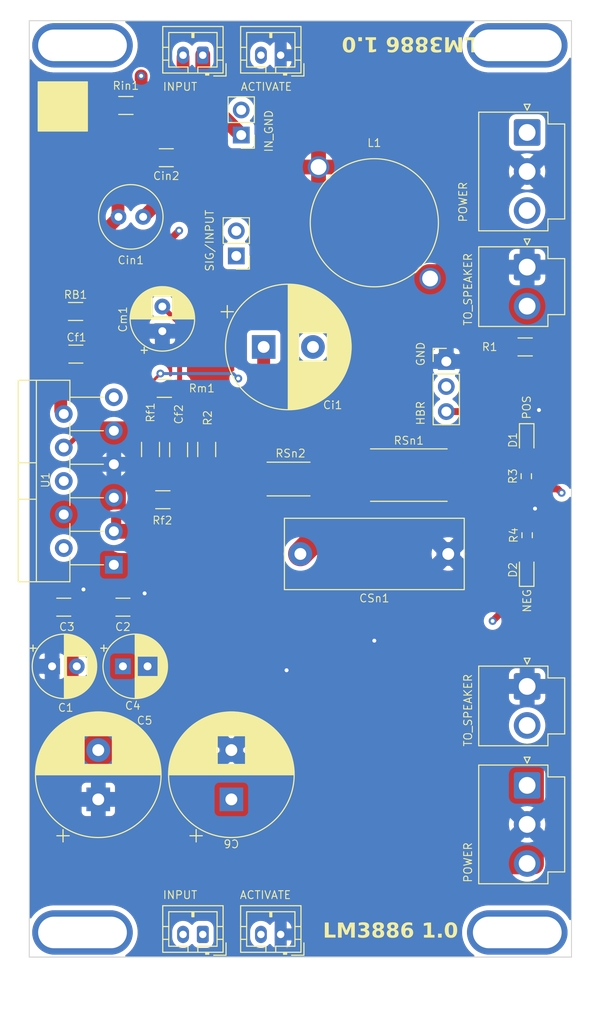
<source format=kicad_pcb>
(kicad_pcb (version 20240108) (generator "pcbnew") (generator_version "8.0")
  (layers (0 "F.Cu" signal) (1 "In1.Cu" signal) (2 "In2.Cu" signal) (31 "B.Cu" signal) (34 "B.Paste" user) (35 "F.Paste" user) (36 "B.SilkS" user "B.Silkscreen") (37 "F.SilkS" user "F.Silkscreen") (38 "B.Mask" user) (39 "F.Mask" user) (44 "Edge.Cuts" user))
  (net 0 "")
  (net 1 "CH1-IN")
  (net 2 "Net-(Ci1-Pad1)")
  (net 3 "VP")
  (net 4 "VM")
  (net 5 "CH1-OUT")
  (net 6 "INPUTGND")
  (net 7 "PGND")
  (net 8 "Net-(CSn1-Pad2)")
  (net 9 "Net-(D1-A)")
  (net 10 "Net-(D2-A)")
  (net 11 "Net-(Cin1-Pad2)")
  (net 12 "FB1")
  (net 13 "SIGGND")
  (net 14 "Net-(U1-+)")
  (net 15 "CH1GND")
  (net 16 "OPAMP_NEG")
  (net 17 "FB2")
  (net 18 "Net-(J7-Pin_3)")
  (net 19 "Net-(U1-MUTE)")
  (net 23 "NEG_ACTIVE")
  (footprint "Capacitor_SMD:C_1206_3216Metric_Pad1.33x1.80mm_HandSolder" (layer "F.Cu") (at 81.03 71.276232)
    (property "Reference" "Cf1" (at 0.0625 -1.7 0) (layer "F.SilkS") (effects (font (size 0.8 0.8) (thickness 0.1))))
    (property "Value" "680p 50V C0G")
    (pad "1" smd roundrect (at -1.5625 0) (size 1.325 1.8) (layers "F.Cu" "F.Paste" "F.Mask") (roundrect_rratio 0.188679) (net 14 "Net-(U1-+)"))
    (pad "2" smd roundrect (at 1.5625 0) (size 1.325 1.8) (layers "F.Cu" "F.Paste" "F.Mask") (roundrect_rratio 0.188679) (net 6 "INPUTGND"))
  )
  (footprint "Resistor_SMD:R_1206_3216Metric_Pad1.30x1.75mm_HandSolder" (layer "F.Cu") (at 94.3 80.95 -90)
    (property "Reference" "R2" (at -3.2 -0.1 90) (layer "F.SilkS") (effects (font (size 0.8 0.8) (thickness 0.1))))
    (property "Value" "1.4k")
    (pad "1" smd roundrect (at -1.55 0 270) (size 1.3 1.75) (layers "F.Cu" "F.Paste" "F.Mask") (roundrect_rratio 0.192308) (net 16 "OPAMP_NEG"))
    (pad "2" smd roundrect (at 1.55 0 270) (size 1.3 1.75) (layers "F.Cu" "F.Paste" "F.Mask") (roundrect_rratio 0.192308) (net 2 "Net-(Ci1-Pad1)"))
  )
  (footprint "Connector_JST:JST_VH_B2P-VH_1x02_P3.96mm_Vertical" (layer "F.Cu") (at 126.8 104.99 -90)
    (property "Reference" "J9" (hide yes))
    (property "Value" "Conn_01x02_Male")
    (pad "1" thru_hole roundrect (at 0 0 270) (size 2.7 2.7) (drill 1.7) (layers "*.Cu" "*.Mask") (roundrect_rratio 0.092593) (net 7 "PGND"))
    (pad "2" thru_hole circle (at 3.96 0 270) (size 2.7 2.7) (drill 1.7) (layers "*.Cu" "*.Mask") (net 5 "CH1-OUT"))
  )
  (footprint "Connector_JST:JST_PH_B2B-PH-K_1x02_P2.00mm_Vertical" (layer "F.Cu") (at 93.9 130.15 180)
    (property "Reference" "J12" (hide yes))
    (property "Value" "Conn_01x02_Male")
    (pad "1" thru_hole roundrect (at 0 0 180) (size 1.2 1.75) (drill 0.75) (layers "*.Cu" "*.Mask") (roundrect_rratio 0.208333) (net 15 "CH1GND"))
    (pad "2" thru_hole oval (at 2 0 180) (size 1.2 1.75) (drill 0.75) (layers "*.Cu" "*.Mask") (net 1 "CH1-IN"))
  )
  (footprint "Capacitor_THT:CP_Radial_D6.3mm_P2.50mm" (layer "F.Cu") (at 78.617621 102.95)
    (property "Reference" "C3" (at 1.5 -4 0) (layer "F.SilkS") (effects (font (size 0.8 0.8) (thickness 0.1))))
    (property "Value" "47U 50V")
    (pad "1" thru_hole rect (at 0 0) (size 1.6 1.6) (drill 0.8) (layers "*.Cu" "*.Mask") (net 7 "PGND"))
    (pad "2" thru_hole circle (at 2.5 0) (size 1.6 1.6) (drill 0.8) (layers "*.Cu" "*.Mask") (net 4 "VM"))
  )
  (footprint "Resistor_SMD:R_1206_3216Metric_Pad1.30x1.75mm_HandSolder" (layer "F.Cu") (at 126.6 70.55 180)
    (property "Reference" "R1" (at 3.6 0 0) (layer "F.SilkS") (effects (font (size 0.8 0.8) (thickness 0.1))))
    (property "Value" "15R")
    (pad "1" smd roundrect (at -1.55 0 180) (size 1.3 1.75) (layers "F.Cu" "F.Paste" "F.Mask") (roundrect_rratio 0.192308) (net 18 "Net-(J7-Pin_3)"))
    (pad "2" smd roundrect (at 1.55 0 180) (size 1.3 1.75) (layers "F.Cu" "F.Paste" "F.Mask") (roundrect_rratio 0.192308) (net 7 "PGND"))
  )
  (footprint "Resistor_SMD:R_0603_1608Metric_Pad0.98x0.95mm_HandSolder" (layer "F.Cu") (at 126.715 83.6625 -90)
    (property "Reference" "R3" (at 0 1.36 90) (layer "F.SilkS") (effects (font (size 0.8 0.8) (thickness 0.1))))
    (property "Value" "16K")
    (pad "1" smd roundrect (at -0.9125 0 270) (size 0.975 0.95) (layers "F.Cu" "F.Paste" "F.Mask") (net 9 "Net-(D1-A)"))
    (pad "2" smd roundrect (at 0.9125 0 270) (size 0.975 0.95) (layers "F.Cu" "F.Paste" "F.Mask") (net 3 "VP"))
  )
  (footprint "Capacitor_THT:CP_Radial_D6.3mm_P2.50mm" (layer "F.Cu") (at 85.8 102.95)
    (property "Reference" "C4" (at 1 4 0) (layer "F.SilkS") (effects (font (size 0.8 0.8) (thickness 0.1))))
    (property "Value" "47U 50V")
    (pad "1" thru_hole rect (at 0 0) (size 1.6 1.6) (drill 0.8) (layers "*.Cu" "*.Mask") (net 3 "VP"))
    (pad "2" thru_hole circle (at 2.5 0) (size 1.6 1.6) (drill 0.8) (layers "*.Cu" "*.Mask") (net 7 "PGND"))
  )
  (footprint "Capacitor_THT:CP_Radial_D12.5mm_P5.00mm" (layer "F.Cu") (at 100.076041 70.55)
    (property "Reference" "Ci1" (at 7 5.9 0) (layer "F.SilkS") (effects (font (size 0.8 0.8) (thickness 0.1))))
    (property "Value" "470U")
    (pad "1" thru_hole rect (at 0 0) (size 2.4 2.4) (drill 1.2) (layers "*.Cu" "*.Mask") (net 2 "Net-(Ci1-Pad1)"))
    (pad "2" thru_hole circle (at 5 0) (size 2.4 2.4) (drill 1.2) (layers "*.Cu" "*.Mask") (net 13 "SIGGND"))
  )
  (footprint "Custom:M3 Slot" (layer "F.Cu") (at 125.8 129.95)
    (property "Reference" "H4" (hide yes))
    (property "Value" "MountingHole")
    (pad "" thru_hole oval (at 0 0 270) (size 4.5 10.2) (drill oval 3.2 9) (layers "*.Cu" "*.Mask"))
  )
  (footprint "Capacitor_SMD:C_1206_3216Metric_Pad1.33x1.80mm_HandSolder" (layer "F.Cu") (at 85.8 96.95)
    (property "Reference" "C2" (at 0 2 0) (layer "F.SilkS") (effects (font (size 0.8 0.8) (thickness 0.1))))
    (property "Value" "4.7U X7R 50V")
    (pad "1" smd roundrect (at -1.5625 0) (size 1.325 1.8) (layers "F.Cu" "F.Paste" "F.Mask") (roundrect_rratio 0.188679) (net 3 "VP"))
    (pad "2" smd roundrect (at 1.5625 0) (size 1.325 1.8) (layers "F.Cu" "F.Paste" "F.Mask") (roundrect_rratio 0.188679) (net 7 "PGND"))
  )
  (footprint "Resistor_SMD:R_1206_3216Metric_Pad1.30x1.75mm_HandSolder" (layer "F.Cu") (at 88.6 80.95 90)
    (property "Reference" "Rf1" (at 3.75 0 90) (layer "F.SilkS") (effects (font (size 0.8 0.8) (thickness 0.1))))
    (property "Value" "20k")
    (pad "1" smd roundrect (at -1.55 0 90) (size 1.3 1.75) (layers "F.Cu" "F.Paste" "F.Mask") (roundrect_rratio 0.192308) (net 12 "FB1"))
    (pad "2" smd roundrect (at 1.55 0 90) (size 1.3 1.75) (layers "F.Cu" "F.Paste" "F.Mask") (roundrect_rratio 0.192308) (net 16 "OPAMP_NEG"))
  )
  (footprint "Connector_JST:JST_PH_B2B-PH-K_1x02_P2.00mm_Vertical" (layer "F.Cu") (at 93.9 40.95 180)
    (property "Reference" "J1" (hide yes))
    (property "Value" "Conn_01x02_Male")
    (pad "1" thru_hole roundrect (at 0 0 180) (size 1.2 1.75) (drill 0.75) (layers "*.Cu" "*.Mask") (roundrect_rratio 0.208333) (net 15 "CH1GND"))
    (pad "2" thru_hole oval (at 2 0 180) (size 1.2 1.75) (drill 0.75) (layers "*.Cu" "*.Mask") (net 1 "CH1-IN"))
  )
  (footprint "Connector_JST:JST_VH_B3P-VH-B_1x03_P3.96mm_Vertical" (layer "F.Cu") (at 126.8 48.7875 -90)
    (property "Reference" "J3" (hide yes))
    (property "Value" "Conn_01x03_Male")
    (pad "1" thru_hole roundrect (at 0 0 270) (size 2.7 2.7) (drill 1.7) (layers "*.Cu" "*.Mask") (roundrect_rratio 0.092593) (net 3 "VP"))
    (pad "2" thru_hole circle (at 3.96 0 270) (size 2.7 2.7) (drill 1.7) (layers "*.Cu" "*.Mask") (net 7 "PGND"))
    (pad "3" thru_hole circle (at 7.92 0 270) (size 2.7 2.7) (drill 1.7) (layers "*.Cu" "*.Mask") (net 4 "VM"))
  )
  (footprint "Resistor_SMD:R_2512_6332Metric_Pad1.40x3.35mm_HandSolder" (layer "F.Cu") (at 102.6 83.95 180)
    (property "Reference" "RSn2" (at -0.2 2.6 0) (layer "F.SilkS") (effects (font (size 0.8 0.8) (thickness 0.1))))
    (property "Value" "4R7 2W")
    (pad "1" smd roundrect (at -3.05 0 180) (size 1.4 3.35) (layers "F.Cu" "F.Paste" "F.Mask") (roundrect_rratio 0.178571) (net 8 "Net-(CSn1-Pad2)"))
    (pad "2" smd roundrect (at 3.05 0 180) (size 1.4 3.35) (layers "F.Cu" "F.Paste" "F.Mask") (roundrect_rratio 0.178571) (net 12 "FB1"))
  )
  (footprint "Connector_PinHeader_2.54mm:PinHeader_1x02_P2.54mm_Vertical" (layer "F.Cu") (at 97.8 49.05 180)
    (property "Reference" "J4" (hide yes))
    (property "Value" "Conn_01x02_Male")
    (pad "1" thru_hole rect (at 0 0 180) (size 1.7 1.7) (drill 1) (layers "*.Cu" "*.Mask") (net 15 "CH1GND"))
    (pad "2" thru_hole oval (at 0 2.54 180) (size 1.7 1.7) (drill 1) (layers "*.Cu" "*.Mask") (net 6 "INPUTGND"))
  )
  (footprint "Capacitor_SMD:C_1206_3216Metric_Pad1.33x1.80mm_HandSolder" (layer "F.Cu") (at 79.8 96.95 180)
    (property "Reference" "C1" (at -0.2 -10.2 0) (layer "F.SilkS") (effects (font (size 0.8 0.8) (thickness 0.1))))
    (property "Value" "4.7U X7R 50V")
    (pad "1" smd roundrect (at -1.5625 0 180) (size 1.325 1.8) (layers "F.Cu" "F.Paste" "F.Mask") (roundrect_rratio 0.188679) (net 7 "PGND"))
    (pad "2" smd roundrect (at 1.5625 0 180) (size 1.325 1.8) (layers "F.Cu" "F.Paste" "F.Mask") (roundrect_rratio 0.188679) (net 4 "VM"))
  )
  (footprint "Resistor_SMD:R_1206_3216Metric_Pad1.30x1.75mm_HandSolder" (layer "F.Cu") (at 90 74.75 180)
    (property "Reference" "Rm1" (at -3.8 0 0) (layer "F.SilkS") (effects (font (size 0.8 0.8) (thickness 0.1))))
    (property "Value" "39K")
    (pad "1" smd roundrect (at -1.55 0 180) (size 1.3 1.75) (layers "F.Cu" "F.Paste" "F.Mask") (roundrect_rratio 0.192308) (net 19 "Net-(U1-MUTE)"))
    (pad "2" smd roundrect (at 1.55 0 180) (size 1.3 1.75) (layers "F.Cu" "F.Paste" "F.Mask") (roundrect_rratio 0.192308) (net 23 "NEG_ACTIVE"))
  )
  (footprint "Custom:M3 Slot" (layer "F.Cu") (at 81.7 39.95)
    (property "Reference" "H1" (hide yes))
    (property "Value" "MountingHole")
    (pad "" thru_hole oval (at 0 0 270) (size 4.5 10.2) (drill oval 3.2 9) (layers "*.Cu" "*.Mask"))
  )
  (footprint "Capacitor_SMD:C_1206_3216Metric_Pad1.33x1.80mm_HandSolder" (layer "F.Cu") (at 90.2 51.35 180)
    (property "Reference" "Cin2" (at 0 -1.85 0) (layer "F.SilkS") (effects (font (size 0.8 0.8) (thickness 0.1))))
    (property "Value" "0.1u C0G 50V")
    (pad "1" smd roundrect (at -1.5625 0 180) (size 1.325 1.8) (layers "F.Cu" "F.Paste" "F.Mask") (roundrect_rratio 0.188679) (net 1 "CH1-IN"))
    (pad "2" smd roundrect (at 1.5625 0 180) (size 1.325 1.8) (layers "F.Cu" "F.Paste" "F.Mask") (roundrect_rratio 0.188679) (net 11 "Net-(Cin1-Pad2)"))
  )
  (footprint "Package_TO_SOT_THT:TO-220-11_P3.4x5.08mm_StaggerOdd_Lead4.85mm_Vertical" (layer "F.Cu") (at 84.88 92.65 90)
    (property "Reference" "U1" (at 8.6 -6.935 90) (layer "F.SilkS") (effects (font (size 0.8 0.8) (thickness 0.1))))
    (property "Value" "LM3886")
    (pad "1" thru_hole rect (at 0 0 90) (size 1.8 1.8) (drill 1) (layers "*.Cu" "*.Mask") (net 3 "VP"))
    (pad "2" thru_hole oval (at 1.7 -5.08 90) (size 1.8 1.8) (drill 1) (layers "*.Cu" "*.Mask"))
    (pad "3" thru_hole oval (at 3.4 0 90) (size 1.8 1.8) (drill 1) (layers "*.Cu" "*.Mask") (net 12 "FB1"))
    (pad "4" thru_hole oval (at 5.1 -5.08 90) (size 1.8 1.8) (drill 1) (layers "*.Cu" "*.Mask") (net 4 "VM"))
    (pad "5" thru_hole oval (at 6.8 0 90) (size 1.8 1.8) (drill 1) (layers "*.Cu" "*.Mask") (net 3 "VP"))
    (pad "6" thru_hole oval (at 8.5 -5.08 90) (size 1.8 1.8) (drill 1) (layers "*.Cu" "*.Mask"))
    (pad "7" thru_hole oval (at 10.2 0 90) (size 1.8 1.8) (drill 1) (layers "*.Cu" "*.Mask") (net 7 "PGND"))
    (pad "8" thru_hole oval (at 11.9 -5.08 90) (size 1.8 1.8) (drill 1) (layers "*.Cu" "*.Mask") (net 19 "Net-(U1-MUTE)"))
    (pad "9" thru_hole oval (at 13.6 0 90) (size 1.8 1.8) (drill 1) (layers "*.Cu" "*.Mask") (net 16 "OPAMP_NEG"))
    (pad "10" thru_hole oval (at 15.3 -5.08 90) (size 1.8 1.8) (drill 1) (layers "*.Cu" "*.Mask") (net 14 "Net-(U1-+)"))
    (pad "11" thru_hole oval (at 17 0 90) (size 1.8 1.8) (drill 1) (layers "*.Cu" "*.Mask"))
  )
  (footprint "Capacitor_THT:C_Radial_D6.3mm_H5.0mm_P2.50mm" (layer "F.Cu") (at 87.85 57.35 180)
    (property "Reference" "Cin1" (at 1.25 -4.4 0) (layer "F.SilkS") (effects (font (size 0.8 0.8) (thickness 0.1))))
    (property "Value" "22u NICHICON MUSE ES 25V")
    (pad "1" thru_hole circle (at 0 0 180) (size 1.6 1.6) (drill 0.8) (layers "*.Cu" "*.Mask") (net 1 "CH1-IN"))
    (pad "2" thru_hole circle (at 2.5 0 180) (size 1.6 1.6) (drill 0.8) (layers "*.Cu" "*.Mask") (net 11 "Net-(Cin1-Pad2)"))
  )
  (footprint "Connector_PinHeader_2.54mm:PinHeader_1x03_P2.54mm_Vertical" (layer "F.Cu") (at 118.6 72.025)
    (property "Reference" "J7" (hide yes))
    (property "Value" "Conn_01x03_Male")
    (pad "1" thru_hole rect (at 0 0) (size 1.7 1.7) (drill 1) (layers "*.Cu" "*.Mask") (net 7 "PGND"))
    (pad "2" thru_hole oval (at 0 2.54) (size 1.7 1.7) (drill 1) (layers "*.Cu" "*.Mask") (net 13 "SIGGND"))
    (pad "3" thru_hole oval (at 0 5.08) (size 1.7 1.7) (drill 1) (layers "*.Cu" "*.Mask") (net 18 "Net-(J7-Pin_3)"))
  )
  (footprint "Capacitor_THT:C_Rect_L18.0mm_W7.0mm_P15.00mm_FKS3_FKP3" (layer "F.Cu") (at 118.8 91.55 180)
    (property "Reference" "CSn1" (at 7.5 -4.5 0) (layer "F.SilkS") (effects (font (size 0.8 0.8) (thickness 0.1))))
    (property "Value" "220N PP 100V")
    (pad "1" thru_hole circle (at 0 0 180) (size 2.4 2.4) (drill 1.2) (layers "*.Cu" "*.Mask") (net 7 "PGND"))
    (pad "2" thru_hole circle (at 15 0 180) (size 2.4 2.4) (drill 1.2) (layers "*.Cu" "*.Mask") (net 8 "Net-(CSn1-Pad2)"))
  )
  (footprint "Resistor_SMD:R_0603_1608Metric_Pad0.98x0.95mm_HandSolder" (layer "F.Cu") (at 126.8 89.65 90)
    (property "Reference" "R4" (at 0 -1.36 90) (layer "F.SilkS") (effects (font (size 0.8 0.8) (thickness 0.1))))
    (property "Value" "16K")
    (pad "1" smd roundrect (at -0.9125 0 90) (size 0.975 0.95) (layers "F.Cu" "F.Paste" "F.Mask") (net 10 "Net-(D2-A)"))
    (pad "2" smd roundrect (at 0.9125 0 90) (size 0.975 0.95) (layers "F.Cu" "F.Paste" "F.Mask") (net 7 "PGND"))
  )
  (footprint "Custom:M3 Slot" (layer "F.Cu") (at 125.8 39.95)
    (property "Reference" "H2" (hide yes))
    (property "Value" "MountingHole")
    (pad "" thru_hole oval (at 0 0 270) (size 4.5 10.2) (drill oval 3.2 9) (layers "*.Cu" "*.Mask"))
  )
  (footprint "Resistor_SMD:R_4020_10251Metric_Pad1.65x5.30mm_HandSolder" (layer "F.Cu") (at 114.8 83.55 180)
    (property "Reference" "RSn1" (at 0 3.5 0) (layer "F.SilkS") (effects (font (size 0.8 0.8) (thickness 0.1))))
    (property "Value" "10R")
    (pad "1" smd roundrect (at -4.9 0 180) (size 1.65 5.3) (layers "F.Cu" "F.Paste" "F.Mask") (roundrect_rratio 0.151515) (net 5 "CH1-OUT"))
    (pad "2" smd roundrect (at 4.9 0 180) (size 1.65 5.3) (layers "F.Cu" "F.Paste" "F.Mask") (roundrect_rratio 0.151515) (net 12 "FB1"))
  )
  (footprint "Connector_JST:JST_PH_B2B-PH-K_1x02_P2.00mm_Vertical" (layer "F.Cu") (at 101.8 40.95 180)
    (property "Reference" "J8" (hide yes))
    (property "Value" "Conn_01x02_Male")
    (pad "1" thru_hole roundrect (at 0 0 180) (size 1.2 1.75) (drill 0.75) (layers "*.Cu" "*.Mask") (roundrect_rratio 0.208333) (net 7 "PGND"))
    (pad "2" thru_hole oval (at 2 0 180) (size 1.2 1.75) (drill 0.75) (layers "*.Cu" "*.Mask") (net 23 "NEG_ACTIVE"))
  )
  (footprint "Connector_JST:JST_PH_B2B-PH-K_1x02_P2.00mm_Vertical" (layer "F.Cu") (at 101.8 130.15 180)
    (property "Reference" "J2" (hide yes))
    (property "Value" "Conn_01x02_Male")
    (pad "1" thru_hole roundrect (at 0 0 180) (size 1.2 1.75) (drill 0.75) (layers "*.Cu" "*.Mask") (roundrect_rratio 0.208333) (net 7 "PGND"))
    (pad "2" thru_hole oval (at 2 0 180) (size 1.2 1.75) (drill 0.75) (layers "*.Cu" "*.Mask") (net 23 "NEG_ACTIVE"))
  )
  (footprint "Connector_JST:JST_VH_B2P-VH_1x02_P3.96mm_Vertical" (layer "F.Cu") (at 126.8 62.45 -90)
    (property "Reference" "J6" (hide yes))
    (property "Value" "Conn_01x02_Male")
    (pad "1" thru_hole roundrect (at 0 0 270) (size 2.7 2.7) (drill 1.7) (layers "*.Cu" "*.Mask") (roundrect_rratio 0.092593) (net 7 "PGND"))
    (pad "2" thru_hole circle (at 3.96 0 270) (size 2.7 2.7) (drill 1.7) (layers "*.Cu" "*.Mask") (net 5 "CH1-OUT"))
  )
  (footprint "LED_SMD:LED_0603_1608Metric_Pad1.05x0.95mm_HandSolder" (layer "F.Cu") (at 126.755 79.995 -90)
    (property "Reference" "D1" (at 0 1.4 90) (layer "F.SilkS") (effects (font (size 0.8 0.8) (thickness 0.1))))
    (property "Value" "BLUE")
    (pad "1" smd roundrect (at -0.875 0 270) (size 1.05 0.95) (layers "F.Cu" "F.Paste" "F.Mask") (net 7 "PGND"))
    (pad "2" smd roundrect (at 0.875 0 270) (size 1.05 0.95) (layers "F.Cu" "F.Paste" "F.Mask") (net 9 "Net-(D1-A)"))
  )
  (footprint "Resistor_SMD:R_1206_3216Metric_Pad1.30x1.75mm_HandSolder" (layer "F.Cu") (at 86.1 46.05 180)
    (property "Reference" "Rin1" (at 0 2 0) (layer "F.SilkS") (effects (font (size 0.8 0.8) (thickness 0.1))))
    (property "Value" "20K")
    (pad "1" smd roundrect (at -1.55 0 180) (size 1.3 1.75) (layers "F.Cu" "F.Paste" "F.Mask") (roundrect_rratio 0.192308) (net 6 "INPUTGND"))
    (pad "2" smd roundrect (at 1.55 0 180) (size 1.3 1.75) (layers "F.Cu" "F.Paste" "F.Mask") (roundrect_rratio 0.192308) (net 11 "Net-(Cin1-Pad2)"))
  )
  (footprint "Capacitor_THT:CP_Radial_D6.3mm_P2.50mm" (layer "F.Cu") (at 89.8 68.95 90)
    (property "Reference" "Cm1" (at 1.2 -4 90) (layer "F.SilkS") (effects (font (size 0.8 0.8) (thickness 0.1))))
    (property "Value" "47U 50V")
    (pad "1" thru_hole rect (at 0 0 90) (size 1.6 1.6) (drill 0.8) (layers "*.Cu" "*.Mask") (net 7 "PGND"))
    (pad "2" thru_hole circle (at 2.5 0 90) (size 1.6 1.6) (drill 0.8) (layers "*.Cu" "*.Mask") (net 19 "Net-(U1-MUTE)"))
  )
  (footprint "Capacitor_SMD:C_1206_3216Metric_Pad1.33x1.80mm_HandSolder" (layer "F.Cu") (at 91.45 80.98 90)
    (property "Reference" "Cf2" (at 3.6 0.015 90) (layer "F.SilkS") (effects (font (size 0.8 0.8) (thickness 0.1))))
    (property "Value" "47P 50V C0G")
    (pad "1" smd roundrect (at -1.5625 0 90) (size 1.325 1.8) (layers "F.Cu" "F.Paste" "F.Mask") (roundrect_rratio 0.188679) (net 17 "FB2"))
    (pad "2" smd roundrect (at 1.5625 0 90) (size 1.325 1.8) (layers "F.Cu" "F.Paste" "F.Mask") (roundrect_rratio 0.188679) (net 16 "OPAMP_NEG"))
  )
  (footprint "Capacitor_THT:CP_Radial_D12.5mm_P5.00mm" (layer "F.Cu") (at 96.8 116.45 90)
    (property "Reference" "C6" (at -4.476041 0 180) (layer "F.SilkS") (effects (font (size 0.8 0.8) (thickness 0.1))))
    (property "Value" "1000U 50V")
    (pad "1" thru_hole rect (at 0 0 90) (size 2.4 2.4) (drill 1.2) (layers "*.Cu" "*.Mask") (net 3 "VP"))
    (pad "2" thru_hole circle (at 5 0 90) (size 2.4 2.4) (drill 1.2) (layers "*.Cu" "*.Mask") (net 7 "PGND"))
  )
  (footprint "Custom:M3 Slot" (layer "F.Cu") (at 81.7 129.95)
    (property "Reference" "H3" (hide yes))
    (property "Value" "MountingHole")
    (pad "" thru_hole oval (at 0 0 270) (size 4.5 10.2) (drill oval 3.2 9) (layers "*.Cu" "*.Mask"))
  )
  (footprint "Resistor_SMD:R_1206_3216Metric_Pad1.30x1.75mm_HandSolder" (layer "F.Cu") (at 89.85 86.05)
    (property "Reference" "Rf2" (at -0.05 2.1 0) (layer "F.SilkS") (effects (font (size 0.8 0.8) (thickness 0.1))))
    (property "Value" "20K")
    (pad "1" smd roundrect (at -1.55 0) (size 1.3 1.75) (layers "F.Cu" "F.Paste" "F.Mask") (roundrect_rratio 0.192308) (net 12 "FB1"))
    (pad "2" smd roundrect (at 1.55 0) (size 1.3 1.75) (layers "F.Cu" "F.Paste" "F.Mask") (roundrect_rratio 0.192308) (net 17 "FB2"))
  )
  (footprint "Resistor_SMD:R_1206_3216Metric_Pad1.30x1.75mm_HandSolder" (layer "F.Cu") (at 81 66.95 180)
    (property "Reference" "RB1" (at 0 1.7 0) (layer "F.SilkS") (effects (font (size 0.8 0.8) (thickness 0.1))))
    (property "Value" "1.0K")
    (pad "1" smd roundrect (at -1.55 0 180) (size 1.3 1.75) (layers "F.Cu" "F.Paste" "F.Mask") (roundrect_rratio 0.192308) (net 11 "Net-(Cin1-Pad2)"))
    (pad "2" smd roundrect (at 1.55 0 180) (size 1.3 1.75) (layers "F.Cu" "F.Paste" "F.Mask") (roundrect_rratio 0.192308) (net 14 "Net-(U1-+)"))
  )
  (footprint "Connector_PinHeader_2.54mm:PinHeader_1x02_P2.54mm_Vertical" (layer "F.Cu") (at 97.3 61.315 180)
    (property "Reference" "J5" (hide yes))
    (property "Value" "Conn_01x02_Male")
    (pad "1" thru_hole rect (at 0 0 180) (size 1.7 1.7) (drill 1) (layers "*.Cu" "*.Mask") (net 13 "SIGGND"))
    (pad "2" thru_hole oval (at 0 2.54 180) (size 1.7 1.7) (drill 1) (layers "*.Cu" "*.Mask") (net 6 "INPUTGND"))
  )
  (footprint "Custom:500nH Inductor Aliexpress Air Gap" (layer "F.Cu") (at 111.3 57.95 -45)
    (property "Reference" "L1" (at -5.727565 -5.727565 0) (layer "F.SilkS") (effects (font (size 0.8 0.8) (thickness 0.1))))
    (property "Value" "500nH")
    (pad "1" thru_hole circle (at -8 0 315) (size 2.2 2.2) (drill 1.6) (layers "*.Cu" "*.Mask") (net 12 "FB1"))
    (pad "2" thru_hole circle (at 8 0 315) (size 2.2 2.2) (drill 1.6) (layers "*.Cu" "*.Mask") (net 5 "CH1-OUT"))
  )
  (footprint "LED_SMD:LED_0603_1608Metric_Pad1.05x0.95mm_HandSolder" (layer "F.Cu") (at 126.755 93.175 90)
    (property "Reference" "D2" (at 0 -1.4 90) (layer "F.SilkS") (effects (font (size 0.8 0.8) (thickness 0.1))))
    (property "Value" "YELLOW")
    (pad "1" smd roundrect (at -0.875 0 90) (size 1.05 0.95) (layers "F.Cu" "F.Paste" "F.Mask") (net 4 "VM"))
    (pad "2" smd roundrect (at 0.875 0 90) (size 1.05 0.95) (layers "F.Cu" "F.Paste" "F.Mask") (net 10 "Net-(D2-A)"))
  )
  (footprint "Capacitor_THT:CP_Radial_D12.5mm_P5.00mm" (layer "F.Cu") (at 83.3 116.45 90)
    (property "Reference" "C5" (at 8 4.7 0) (layer "F.SilkS") (effects (font (size 0.8 0.8) (thickness 0.1))))
    (property "Value" "1000U 50V")
    (pad "1" thru_hole rect (at 0 0 90) (size 2.4 2.4) (drill 1.2) (layers "*.Cu" "*.Mask") (net 7 "PGND"))
    (pad "2" thru_hole circle (at 5 0 90) (size 2.4 2.4) (drill 1.2) (layers "*.Cu" "*.Mask") (net 4 "VM"))
  )
  (footprint "Connector_JST:JST_VH_B3P-VH-B_1x03_P3.96mm_Vertical" (layer "F.Cu") (at 126.8 115.03 -90)
    (property "Reference" "J11" (hide yes))
    (property "Value" "Conn_01x03_Male")
    (pad "1" thru_hole roundrect (at 0 0 270) (size 2.7 2.7) (drill 1.7) (layers "*.Cu" "*.Mask") (roundrect_rratio 0.092593) (net 3 "VP"))
    (pad "2" thru_hole circle (at 3.96 0 270) (size 2.7 2.7) (drill 1.7) (layers "*.Cu" "*.Mask") (net 7 "PGND"))
    (pad "3" thru_hole circle (at 7.92 0 270) (size 2.7 2.7) (drill 1.7) (layers "*.Cu" "*.Mask") (net 4 "VM"))
  )
  (gr_rect (start 77.2 43.65) (end 82.2 48.65) (stroke (width 0.1)) (fill solid) (layer "F.SilkS"))
  (gr_line (start 76.3 132.45) (end 76.3 37.45) (stroke (width 0.1)) (layer "Edge.Cuts"))
  (gr_line (start 76.3 37.45) (end 131.3 37.45) (stroke (width 0.1)) (layer "Edge.Cuts"))
  (gr_line (start 131.3 37.45) (end 131.3 132.45) (stroke (width 0.1)) (layer "Edge.Cuts"))
  (gr_line (start 76.3 132.45) (end 131.3 132.45) (stroke (width 0.1)) (layer "Edge.Cuts"))
  (gr_text "ACTIVATE" (at 97.7 44.15 0) (layer "F.SilkS") (effects (font (size 0.8 0.8) (thickness 0.1)) (justify left)))
  (gr_text "GND" (at 116 72.55 90) (layer "F.SilkS") (effects (font (size 0.8 0.8) (thickness 0.1)) (justify left)))
  (gr_text "INPUT" (at 89.8 126.15 0) (layer "F.SilkS") (effects (font (size 0.8 0.8) (thickness 0.1)) (justify left)))
  (gr_text "IN_GND" (at 100.6 50.85 90) (layer "F.SilkS") (effects (font (size 0.8 0.8) (thickness 0.1)) (justify left)))
  (gr_text "INPUT" (at 89.8 44.15 0) (layer "F.SilkS") (effects (font (size 0.8 0.8) (thickness 0.1)) (justify left)))
  (gr_text "LM3886 1.0" (at 119.807187 129.85 0) (layer "F.SilkS") (effects (font (size 1.5 1.5) (thickness 0.1) (bold yes)) (justify right)))
  (gr_text "ACTIVATE" (at 97.6 126.15 0) (layer "F.SilkS") (effects (font (size 0.8 0.8) (thickness 0.1)) (justify left)))
  (gr_text "HBR\n" (at 116 78.55 90) (layer "F.SilkS") (effects (font (size 0.8 0.8) (thickness 0.1)) (justify left)))
  (gr_text "TO_SPEAKER" (at 120.8 68.45 90) (layer "F.SilkS") (effects (font (size 0.8 0.8) (thickness 0.1)) (justify left)))
  (gr_text "LM3886 1.0" (at 108 39.75 180) (layer "F.SilkS") (effects (font (size 1.5 1.5) (thickness 0.1) (bold yes)) (justify right)))
  (gr_text "POS" (at 126.755 77.95 90) (layer "F.SilkS") (effects (font (size 0.8 0.8) (thickness 0.1)) (justify left)))
  (gr_text "POWER" (at 120.3 57.95 90) (layer "F.SilkS") (effects (font (size 0.8 0.8) (thickness 0.1)) (justify left)))
  (gr_text "SIG/INPUT\n" (at 94.6 62.95 90) (layer "F.SilkS") (effects (font (size 0.8 0.8) (thickness 0.1)) (justify left)))
  (gr_text "TO_SPEAKER" (at 120.8 111.15 90) (layer "F.SilkS") (effects (font (size 0.8 0.8) (thickness 0.1)) (justify left)))
  (gr_text "POWER" (at 120.8 124.95 90) (layer "F.SilkS") (effects (font (size 0.8 0.8) (thickness 0.1)) (justify left)))
  (gr_text "NEG" (at 126.8 97.55 90) (layer "F.SilkS") (effects (font (size 0.8 0.8) (thickness 0.1)) (justify left)))
  (segment (start 91.9 41.15) (end 91.9 53.35) (width 1.3) (layer "F.Cu") (net 1))
  (segment (start 91.9 53.35) (end 87.8 57.45) (width 1.3) (layer "F.Cu") (net 1))
  (segment (start 100.076041 79.873959) (end 100.076041 70.55) (width 1.3) (layer "F.Cu") (net 2))
  (segment (start 97.45 82.5) (end 100.076041 79.873959) (width 1.3) (layer "F.Cu") (net 2))
  (segment (start 94.3 82.5) (end 97.45 82.5) (width 1.3) (layer "F.Cu") (net 2))
  (segment (start 129.9 84.95) (end 130.3 85.35) (width 0.7) (layer "F.Cu") (net 3))
  (segment (start 126.8 84.95) (end 129.9 84.95) (width 0.7) (layer "F.Cu") (net 3))
  (via (at 130.3 85.35) (size 0.8) (drill 0.4) (layers "F.Cu" "B.Cu") (net 3))
  (segment (start 126.755 94.895) (end 123.3 98.35) (width 0.7) (layer "F.Cu") (net 4))
  (segment (start 126.755 94.2) (end 126.755 94.895) (width 0.7) (layer "F.Cu") (net 4))
  (via (at 123.3 98.35) (size 0.8) (drill 0.4) (layers "F.Cu" "B.Cu") (net 4))
  (segment (start 85.7 64.55) (end 91.5 58.75) (width 0.7) (layer "F.Cu") (net 6))
  (segment (start 85.7 68.197085) (end 85.7 64.55) (width 0.7) (layer "F.Cu") (net 6))
  (segment (start 82.620853 71.276232) (end 85.7 68.197085) (width 0.7) (layer "F.Cu") (net 6))
  (segment (start 87.65 46.05) (end 87.65 43.05) (width 1.3) (layer "F.Cu") (net 6))
  (via (at 91.5 58.75) (size 0.8) (drill 0.4) (layers "F.Cu" "B.Cu") (net 6))
  (via (at 87.65 43.05) (size 0.8) (drill 0.4) (layers "F.Cu" "B.Cu") (net 6))
  (segment (start 125.05 70.55) (end 123.1 70.55) (width 0.7) (layer "F.Cu") (net 7))
  (segment (start 81.3625 96.95) (end 81.3625 95.5875) (width 0.7) (layer "F.Cu") (net 7))
  (segment (start 121.625 72.025) (end 118.6 72.025) (width 0.7) (layer "F.Cu") (net 7))
  (segment (start 126.8 87.75) (end 127.6 86.95) (width 0.7) (layer "F.Cu") (net 7))
  (segment (start 87.3625 96.1875) (end 88 95.55) (width 0.7) (layer "F.Cu") (net 7))
  (segment (start 81.3625 95.5875) (end 81.8 95.15) (width 0.7) (layer "F.Cu") (net 7))
  (segment (start 126.8 88.275) (end 126.8 87.75) (width 0.7) (layer "F.Cu") (net 7))
  (segment (start 126.755 78.97) (end 126.755 78.195) (width 0.7) (layer "F.Cu") (net 7))
  (segment (start 87.3625 96.95) (end 87.3625 96.1875) (width 0.7) (layer "F.Cu") (net 7))
  (segment (start 123.1 70.55) (end 121.625 72.025) (width 0.7) (layer "F.Cu") (net 7))
  (segment (start 126.755 78.195) (end 128 76.95) (width 0.7) (layer "F.Cu") (net 7))
  (via (at 81.8 95.15) (size 0.8) (drill 0.4) (layers "F.Cu" "B.Cu") (net 7))
  (via (at 127.6 86.95) (size 0.8) (drill 0.4) (layers "F.Cu" "B.Cu") (net 7))
  (via (at 128 76.95) (size 0.8) (drill 0.4) (layers "F.Cu" "B.Cu") (net 7))
  (via (at 111.3 100.35) (size 0.8) (drill 0.4) (layers "F.Cu" "B.Cu") (net 7))
  (via (at 88 95.55) (size 0.8) (drill 0.4) (layers "F.Cu" "B.Cu") (net 7))
  (via (at 102.4 103.35) (size 0.8) (drill 0.4) (layers "F.Cu" "B.Cu") (net 7))
  (segment (start 105.65 89.7) (end 103.8 91.55) (width 2.5) (layer "F.Cu") (net 8))
  (segment (start 105.65 83.95) (end 105.65 89.7) (width 2.5) (layer "F.Cu") (net 8))
  (segment (start 126.8 82.95) (end 126.8 81.065) (width 0.7) (layer "F.Cu") (net 9))
  (segment (start 126.8 90.275) (end 126.8 92.105) (width 0.7) (layer "F.Cu") (net 10))
  (segment (start 85.3 52.85) (end 85.3 57.45) (width 1.3) (layer "F.Cu") (net 11))
  (segment (start 84.55 46.05) (end 84.55 52.1) (width 1.3) (layer "F.Cu") (net 11))
  (segment (start 88.6375 51.35) (end 86.8 51.35) (width 1.3) (layer "F.Cu") (net 11))
  (segment (start 84.55 52.1) (end 85.3 52.85) (width 1.3) (layer "F.Cu") (net 11))
  (segment (start 86.8 51.35) (end 85.3 52.85) (width 1.3) (layer "F.Cu") (net 11))
  (segment (start 85.3 57.45) (end 82.8 59.95) (width 1.3) (layer "F.Cu") (net 11))
  (segment (start 82.8 66.7) (end 82.55 66.95) (width 1.3) (layer "F.Cu") (net 11))
  (segment (start 82.8 59.95) (end 82.8 66.7) (width 1.3) (layer "F.Cu") (net 11))
  (segment (start 79.495853 77.045853) (end 79.8 77.35) (width 1.3) (layer "F.Cu") (net 14))
  (segment (start 79.45 71.230379) (end 79.495853 71.276232) (width 1.3) (layer "F.Cu") (net 14))
  (segment (start 79.45 66.95) (end 79.45 71.230379) (width 1.3) (layer "F.Cu") (net 14))
  (segment (start 79.495853 71.276232) (end 79.495853 77.045853) (width 1.3) (layer "F.Cu") (net 14))
  (segment (start 93.9 45.155585) (end 97.794415 49.05) (width 1.5) (layer "F.Cu") (net 15))
  (segment (start 93.9 40.9) (end 93.9 45.155585) (width 1.5) (layer "F.Cu") (net 15))
  (segment (start 128.15 72.1) (end 123.145 77.105) (width 0.7) (layer "F.Cu") (net 18))
  (segment (start 128.15 70.55) (end 128.15 72.1) (width 0.7) (layer "F.Cu") (net 18))
  (segment (start 123.145 77.105) (end 118.6 77.105) (width 0.7) (layer "F.Cu") (net 18))
  (segment (start 91.55 68.2) (end 91.55 74.75) (width 0.5) (layer "F.Cu") (net 19))
  (segment (start 89.8 66.45) (end 91.55 68.2) (width 0.5) (layer "F.Cu") (net 19))
  (segment (start 83.4 77.35) (end 80 80.75) (width 0.5) (layer "F.Cu") (net 19))
  (segment (start 88.95 77.35) (end 83.4 77.35) (width 0.5) (layer "F.Cu") (net 19))
  (segment (start 91.55 74.75) (end 88.95 77.35) (width 0.5) (layer "F.Cu") (net 19))
  (segment (start 88.45 74.75) (end 88.45 74.4) (width 0.3) (layer "F.Cu") (net 23))
  (segment (start 88.45 74.4) (end 89.6 73.25) (width 0.3) (layer "F.Cu") (net 23))
  (via (at 89.6 73.25) (size 0.8) (drill 0.4) (layers "F.Cu" "B.Cu") (net 23))
  (via (at 97.5 73.75) (size 0.8) (drill 0.4) (layers "F.Cu" "B.Cu") (net 23))
  (segment (start 97 73.25) (end 97.5 73.75) (width 0.3) (layer "B.Cu") (net 23))
  (segment (start 89.6 73.25) (end 97 73.25) (width 0.3) (layer "B.Cu") (net 23))
  (zone (net 4) (net_name "VM") (layer "F.Cu") (priority 2) (connect_pads yes (clearance 0.5)) (min_thickness 0.25) (fill yes (thermal_gap 0.5) (thermal_bridge_width 1.5) (smoothing fillet) (radius 1))
    (polygon (pts (xy 128.5 118.95) (xy 93.3 118.95) (xy 89.3 114.95) (xy 81.3 106.95) (xy 81.3 83.95) (xy 77.6 83.95) (xy 77.6 85.35) (xy 77.6 124.05) (xy 128.5 124.05)))
  )
  (zone (net 3) (net_name "VP") (layer "F.Cu") (priority 1) (connect_pads yes (clearance 0.5)) (min_thickness 0.25) (fill yes (thermal_gap 0.5) (thermal_bridge_width 1.5) (smoothing fillet) (radius 1))
    (polygon (pts (xy 128.5 111.95) (xy 99.8 111.95) (xy 86.8 98.95) (xy 86.8 83.95) (xy 82.3 83.95) (xy 82.3 107.95) (xy 89.3 114.95) (xy 93.3 118.95) (xy 128.5 118.95)))
  )
  (zone (net 12) (net_name "FB1") (layer "F.Cu") (priority 9) (connect_pads (clearance 0.5)) (min_thickness 0.25) (fill yes (thermal_gap 0.5) (thermal_bridge_width 1.5) (smoothing fillet) (radius 1))
    (polygon (pts (xy 104 49.55) (xy 112.4 49.55) (xy 112.4 89.35) (xy 109.2 89.35) (xy 98.6 89.35) (xy 97.6 88.35) (xy 97.6 55.95)))
  )
  (zone (net 12) (net_name "FB1") (layer "F.Cu") (priority 100) (connect_pads (clearance 0.5)) (min_thickness 0.25) (fill yes (thermal_gap 0.5) (thermal_bridge_width 1.5) (smoothing fillet) (radius 1))
    (polygon (pts (xy 87.4 81.55) (xy 89.8 81.55) (xy 89.8 88.15) (xy 86.6 88.15) (xy 86.6 82.35)))
  )
  (zone (net 5) (net_name "CH1-OUT") (layer "F.Cu") (priority 5) (connect_pads yes (clearance 0.5)) (min_thickness 0.25) (fill yes (thermal_gap 0.5) (thermal_bridge_width 1.5) (smoothing fillet) (radius 1))
    (polygon (pts (xy 130.4 62.15) (xy 116.4 62.15) (xy 112.2 66.35) (xy 112.2 87.15) (xy 112.8 87.35) (xy 121 87.35) (xy 123.6 84.75) (xy 123.6 77.55) (xy 128.010016 73.139984) (xy 129 70.55) (xy 129 60.75)))
  )
  (zone (net 17) (net_name "FB2") (layer "F.Cu") (priority 10) (connect_pads yes (clearance 0.25)) (min_thickness 0.25) (fill yes (thermal_gap 0.5) (thermal_bridge_width 1.5) (smoothing fillet) (radius 1))
    (polygon (pts (xy 96.189033 81.55) (xy 97.433645 84.183645) (xy 92.8 87.55) (xy 89.8 87.55) (xy 89.8 81.55)))
  )
  (zone (net 16) (net_name "OPAMP_NEG") (layer "F.Cu") (priority 6) (connect_pads yes (clearance 0.5)) (min_thickness 0.25) (fill yes (thermal_gap 0.5) (thermal_bridge_width 1.5) (smoothing fillet) (radius 1))
    (polygon (pts (xy 83.6 76.75) (xy 98 76.75) (xy 98 81.55) (xy 84.6 81.55) (xy 82.4 79.35) (xy 82.4 77.95)))
  )
  (zone (net 7) (net_name "PGND") (layer "F.Cu") (connect_pads (clearance 0.5)) (min_thickness 0.25) (fill yes (thermal_gap 0.5) (thermal_bridge_width 1.5) (smoothing fillet) (radius 1))
    (polygon (pts (xy 83.2 35.95) (xy 83.2 36.55) (xy 74.9 36.55) (xy 74.6 44.75) (xy 74.6 126.55) (xy 74.8 126.75) (xy 75 126.75) (xy 75 125.95) (xy 84 134.95) (xy 125 134.95) (xy 125.2 134.75) (xy 125.2 133.15) (xy 132.4 133.15) (xy 132.4 43.15) (xy 132.7 43.15) (xy 132.7 35.75) (xy 83.4 35.75)))
  )
  (zone (net 12) (net_name "FB1") (layer "F.Cu") (priority 7) (connect_pads (clearance 0.5)) (min_thickness 0.25) (fill yes (thermal_gap 0.5) (thermal_bridge_width 1.5) (smoothing fillet) (radius 1))
    (polygon (pts (xy 85.2 87.55) (xy 89.8 87.55) (xy 92 85.35) (xy 95.6 85.35) (xy 99.6 81.35) (xy 103.8 81.35) (xy 104 81.55) (xy 104 89.95) (xy 103 90.95) (xy 84.6 90.95) (xy 84.6 87.55)))
  )
  (zone (net 7) (net_name "PGND") (layers "In2.Cu" "B.Cu") (priority 10) (connect_pads (clearance 0.5)) (min_thickness 0.25) (fill yes (thermal_gap 0.5) (thermal_bridge_width 1.5))
    (polygon (pts (xy 75.5 44.45) (xy 75.3 44.45) (xy 75.3 126.95) (xy 75.1 126.95) (xy 75.1 133.45) (xy 131.7 133.45) (xy 131.7 125.95) (xy 131.8 125.95) (xy 131.8 43.45) (xy 134 43.45) (xy 132.8 41.55) (xy 132.8 35.95) (xy 75.5 35.95)))
  )
)
</source>
